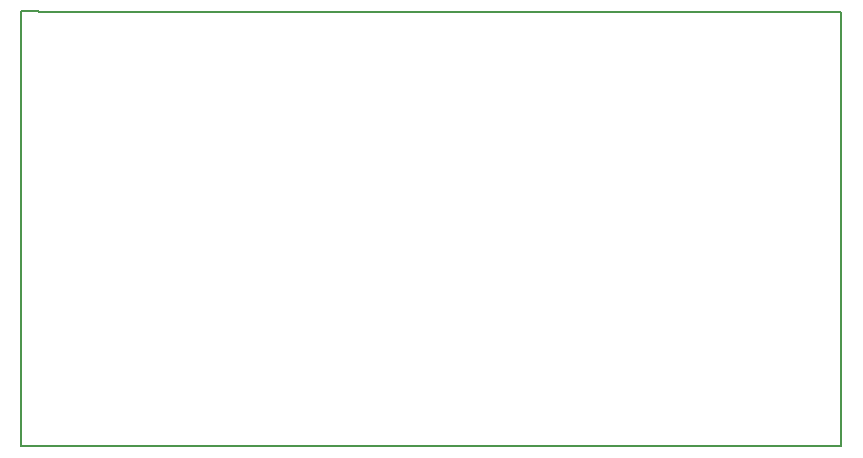
<source format=gbr>
G04 #@! TF.FileFunction,Profile,NP*
%FSLAX46Y46*%
G04 Gerber Fmt 4.6, Leading zero omitted, Abs format (unit mm)*
G04 Created by KiCad (PCBNEW 4.0.0-rc2-stable) date 4/30/2016 4:42:48 AM*
%MOMM*%
G01*
G04 APERTURE LIST*
%ADD10C,0.100000*%
%ADD11C,0.150000*%
G04 APERTURE END LIST*
D10*
D11*
X112800000Y-117200000D02*
X112800000Y-117225000D01*
X111225000Y-117200000D02*
X112800000Y-117200000D01*
X111225000Y-80400000D02*
X111225000Y-117200000D01*
X112750000Y-80400000D02*
X111225000Y-80400000D01*
X180630000Y-116810000D02*
X180610000Y-116810000D01*
X180630000Y-117180000D02*
X180630000Y-116810000D01*
X180630000Y-117190000D02*
X112730000Y-117190000D01*
X180640000Y-80450000D02*
X180640000Y-116990000D01*
X112720000Y-80450000D02*
X180640000Y-80450000D01*
M02*

</source>
